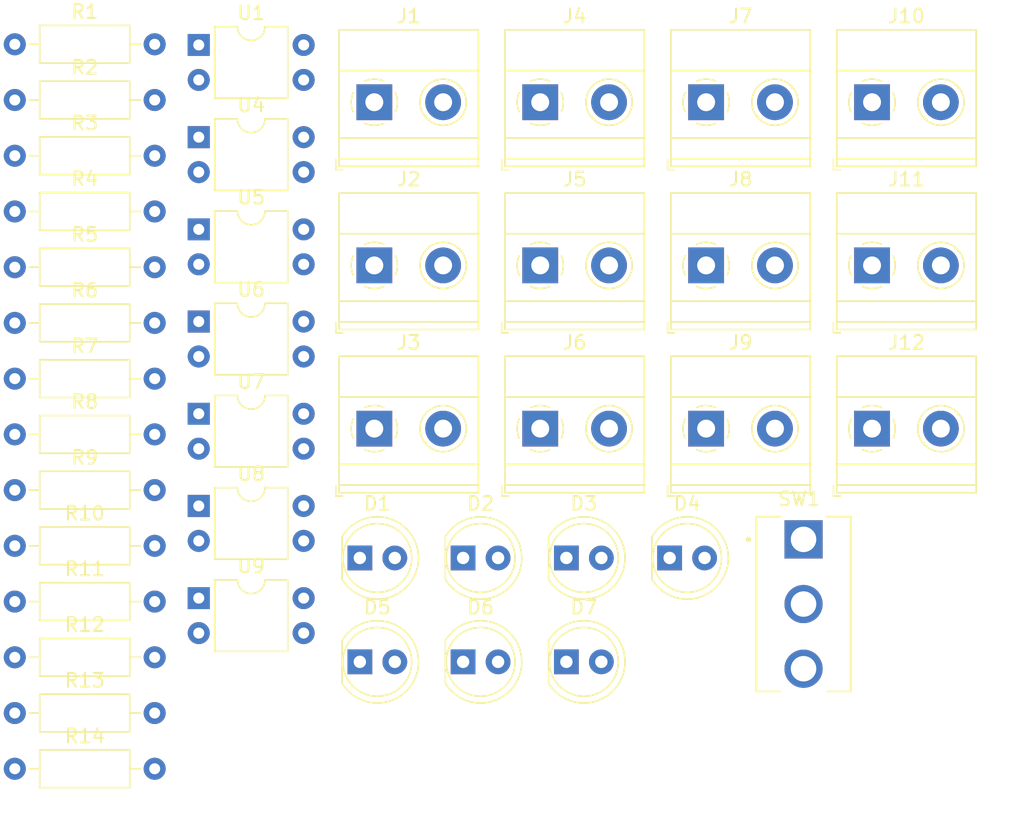
<source format=kicad_pcb>
(kicad_pcb (version 20240108) (generator "pcbnew") (generator_version "8.0")
  (layers (0 "F.Cu" signal) (31 "B.Cu" signal) (34 "B.Paste" user) (35 "F.Paste" user) (36 "B.SilkS" user "B.Silkscreen") (37 "F.SilkS" user "F.Silkscreen") (38 "B.Mask" user) (39 "F.Mask" user) (44 "Edge.Cuts" user))
  (net 0 "")
  (net 1 "Net-(D1-A)")
  (net 2 "Earth")
  (net 3 "Net-(D2-A)")
  (net 4 "Net-(D3-A)")
  (net 5 "Net-(D4-A)")
  (net 6 "Net-(D5-A)")
  (net 7 "Net-(D6-A)")
  (net 8 "Net-(D7-A)")
  (net 9 "+24V")
  (net 10 "/IN+")
  (net 11 "/OUT-")
  (net 12 "/OUT+")
  (net 13 "+5V")
  (net 14 "/CLP_SIG_4")
  (net 15 "/ESP_SIG_4")
  (net 16 "/CLP_SIG_6")
  (net 17 "/ESP_SIG_6")
  (net 18 "/CLP_SIG_1")
  (net 19 "/ESP_SIG_1")
  (net 20 "/ESP_SIG_2")
  (net 21 "/CLP_SIG_2")
  (net 22 "/CLP_SIG_3")
  (net 23 "/ESP_SIG_3")
  (net 24 "/ESP_SIG_5")
  (net 25 "/CLP_SIG_5")
  (net 26 "/CLP_SIG_7")
  (net 27 "/ESP_SIG_7")
  (net 28 "Net-(R1-Pad2)")
  (net 29 "Net-(R2-Pad1)")
  (net 30 "Net-(R3-Pad2)")
  (net 31 "Net-(R4-Pad1)")
  (net 32 "Net-(R5-Pad2)")
  (net 33 "Net-(R6-Pad1)")
  (net 34 "Net-(R7-Pad2)")
  (net 35 "Net-(R8-Pad1)")
  (net 36 "Net-(R9-Pad2)")
  (net 37 "Net-(R10-Pad1)")
  (net 38 "Net-(R11-Pad2)")
  (net 39 "Net-(R12-Pad1)")
  (net 40 "Net-(R13-Pad2)")
  (net 41 "Net-(R14-Pad1)")
  (footprint "Resistor_THT:R_Axial_DIN0207_L6.3mm_D2.5mm_P10.16mm_Horizontal" (layer "F.Cu") (at 104.365 69.72)
    (property "Reference" "R4" (at 5.08 -2.37 0) (layer "F.SilkS"))
    (property "Value" "R")
    (pad "1" thru_hole circle (at 0 0) (size 1.6 1.6) (drill 0.8) (layers "*.Cu" "*.Mask") (net 31 "Net-(R4-Pad1)"))
    (pad "2" thru_hole oval (at 10.16 0) (size 1.6 1.6) (drill 0.8) (layers "*.Cu" "*.Mask") (net 15 "/ESP_SIG_4"))
  )
  (footprint "Package_DIP:DIP-4_W7.62mm" (layer "F.Cu") (at 117.725 84.42)
    (property "Reference" "U7" (at 3.81 -2.33 0) (layer "F.SilkS"))
    (property "Value" "EL817")
    (pad "1" thru_hole rect (at 0 0) (size 1.6 1.6) (drill 0.8) (layers "*.Cu" "*.Mask") (net 36 "Net-(R9-Pad2)"))
    (pad "2" thru_hole oval (at 0 2.54) (size 1.6 1.6) (drill 0.8) (layers "*.Cu" "*.Mask") (net 6 "Net-(D5-A)"))
    (pad "3" thru_hole oval (at 7.62 2.54) (size 1.6 1.6) (drill 0.8) (layers "*.Cu" "*.Mask") (net 37 "Net-(R10-Pad1)"))
    (pad "4" thru_hole oval (at 7.62 0) (size 1.6 1.6) (drill 0.8) (layers "*.Cu" "*.Mask") (net 9 "+24V"))
  )
  (footprint "Package_DIP:DIP-4_W7.62mm" (layer "F.Cu") (at 117.725 91.12)
    (property "Reference" "U8" (at 3.81 -2.33 0) (layer "F.SilkS"))
    (property "Value" "EL817")
    (pad "1" thru_hole rect (at 0 0) (size 1.6 1.6) (drill 0.8) (layers "*.Cu" "*.Mask") (net 38 "Net-(R11-Pad2)"))
    (pad "2" thru_hole oval (at 0 2.54) (size 1.6 1.6) (drill 0.8) (layers "*.Cu" "*.Mask") (net 7 "Net-(D6-A)"))
    (pad "3" thru_hole oval (at 7.62 2.54) (size 1.6 1.6) (drill 0.8) (layers "*.Cu" "*.Mask") (net 39 "Net-(R12-Pad1)"))
    (pad "4" thru_hole oval (at 7.62 0) (size 1.6 1.6) (drill 0.8) (layers "*.Cu" "*.Mask") (net 13 "+5V"))
  )
  (footprint "chave:SW_100SP1T1B4M2QE" (layer "F.Cu") (at 161.65 98.25)
    (property "Reference" "SW1" (at -0.325 -7.635 0) (layer "F.SilkS"))
    (property "Value" "SW_SPDT_312")
    (pad "1" thru_hole rect (at 0 -4.7) (size 2.775 2.775) (drill 1.85) (layers "*.Cu" "*.Mask") (net 9 "+24V"))
    (pad "2" thru_hole circle (at 0 0) (size 2.775 2.775) (drill 1.85) (layers "*.Cu" "*.Mask") (net 10 "/IN+"))
    (pad "3" thru_hole circle (at 0 4.7) (size 2.775 2.775) (drill 1.85) (layers "*.Cu" "*.Mask"))
  )
  (footprint "Resistor_THT:R_Axial_DIN0207_L6.3mm_D2.5mm_P10.16mm_Horizontal" (layer "F.Cu") (at 104.365 81.87)
    (property "Reference" "R7" (at 5.08 -2.37 0) (layer "F.SilkS"))
    (property "Value" "R")
    (pad "1" thru_hole circle (at 0 0) (size 1.6 1.6) (drill 0.8) (layers "*.Cu" "*.Mask") (net 20 "/ESP_SIG_2"))
    (pad "2" thru_hole oval (at 10.16 0) (size 1.6 1.6) (drill 0.8) (layers "*.Cu" "*.Mask") (net 34 "Net-(R7-Pad2)"))
  )
  (footprint "LED_THT:LED_D5.0mm_IRBlack" (layer "F.Cu") (at 129.425 102.45)
    (property "Reference" "D5" (at 1.27 -3.96 0) (layer "F.SilkS"))
    (property "Value" "LED")
    (pad "1" thru_hole rect (at 0 0) (size 1.8 1.8) (drill 0.9) (layers "*.Cu" "*.Mask") (net 2 "Earth"))
    (pad "2" thru_hole circle (at 2.54 0) (size 1.8 1.8) (drill 0.9) (layers "*.Cu" "*.Mask") (net 6 "Net-(D5-A)"))
  )
  (footprint "Package_DIP:DIP-4_W7.62mm" (layer "F.Cu") (at 117.725 64.32)
    (property "Reference" "U4" (at 3.81 -2.33 0) (layer "F.SilkS"))
    (property "Value" "EL817")
    (pad "1" thru_hole rect (at 0 0) (size 1.6 1.6) (drill 0.8) (layers "*.Cu" "*.Mask") (net 30 "Net-(R3-Pad2)"))
    (pad "2" thru_hole oval (at 0 2.54) (size 1.6 1.6) (drill 0.8) (layers "*.Cu" "*.Mask") (net 3 "Net-(D2-A)"))
    (pad "3" thru_hole oval (at 7.62 2.54) (size 1.6 1.6) (drill 0.8) (layers "*.Cu" "*.Mask") (net 31 "Net-(R4-Pad1)"))
    (pad "4" thru_hole oval (at 7.62 0) (size 1.6 1.6) (drill 0.8) (layers "*.Cu" "*.Mask") (net 13 "+5V"))
  )
  (footprint "Resistor_THT:R_Axial_DIN0207_L6.3mm_D2.5mm_P10.16mm_Horizontal" (layer "F.Cu") (at 104.365 106.17)
    (property "Reference" "R13" (at 5.08 -2.37 0) (layer "F.SilkS"))
    (property "Value" "R")
    (pad "1" thru_hole circle (at 0 0) (size 1.6 1.6) (drill 0.8) (layers "*.Cu" "*.Mask") (net 27 "/ESP_SIG_7"))
    (pad "2" thru_hole oval (at 10.16 0) (size 1.6 1.6) (drill 0.8) (layers "*.Cu" "*.Mask") (net 40 "Net-(R13-Pad2)"))
  )
  (footprint "Resistor_THT:R_Axial_DIN0207_L6.3mm_D2.5mm_P10.16mm_Horizontal" (layer "F.Cu") (at 104.365 98.07)
    (property "Reference" "R11" (at 5.08 -2.37 0) (layer "F.SilkS"))
    (property "Value" "R")
    (pad "1" thru_hole circle (at 0 0) (size 1.6 1.6) (drill 0.8) (layers "*.Cu" "*.Mask") (net 25 "/CLP_SIG_5"))
    (pad "2" thru_hole oval (at 10.16 0) (size 1.6 1.6) (drill 0.8) (layers "*.Cu" "*.Mask") (net 38 "Net-(R11-Pad2)"))
  )
  (footprint "Resistor_THT:R_Axial_DIN0207_L6.3mm_D2.5mm_P10.16mm_Horizontal" (layer "F.Cu") (at 104.365 110.22)
    (property "Reference" "R14" (at 5.08 -2.37 0) (layer "F.SilkS"))
    (property "Value" "R")
    (pad "1" thru_hole circle (at 0 0) (size 1.6 1.6) (drill 0.8) (layers "*.Cu" "*.Mask") (net 41 "Net-(R14-Pad1)"))
    (pad "2" thru_hole oval (at 10.16 0) (size 1.6 1.6) (drill 0.8) (layers "*.Cu" "*.Mask") (net 26 "/CLP_SIG_7"))
  )
  (footprint "Package_DIP:DIP-4_W7.62mm" (layer "F.Cu") (at 117.725 57.62)
    (property "Reference" "U1" (at 3.81 -2.33 0) (layer "F.SilkS"))
    (property "Value" "EL817")
    (pad "1" thru_hole rect (at 0 0) (size 1.6 1.6) (drill 0.8) (layers "*.Cu" "*.Mask") (net 28 "Net-(R1-Pad2)"))
    (pad "2" thru_hole oval (at 0 2.54) (size 1.6 1.6) (drill 0.8) (layers "*.Cu" "*.Mask") (net 1 "Net-(D1-A)"))
    (pad "3" thru_hole oval (at 7.62 2.54) (size 1.6 1.6) (drill 0.8) (layers "*.Cu" "*.Mask") (net 29 "Net-(R2-Pad1)"))
    (pad "4" thru_hole oval (at 7.62 0) (size 1.6 1.6) (drill 0.8) (layers "*.Cu" "*.Mask") (net 9 "+24V"))
  )
  (footprint "TerminalBlock_Phoenix:TerminalBlock_Phoenix_MKDS-1,5-2_1x02_P5.00mm_Horizontal" (layer "F.Cu") (at 166.625 61.78)
    (property "Reference" "J10" (at 2.5 -6.26 0) (layer "F.SilkS"))
    (property "Value" "Screw_Terminal_01x02")
    (pad "1" thru_hole rect (at 0 0) (size 2.6 2.6) (drill 1.3) (layers "*.Cu" "*.Mask") (net 25 "/CLP_SIG_5"))
    (pad "2" thru_hole circle (at 5 0) (size 2.6 2.6) (drill 1.3) (layers "*.Cu" "*.Mask") (net 24 "/ESP_SIG_5"))
  )
  (footprint "LED_THT:LED_D5.0mm_IRBlack" (layer "F.Cu") (at 151.925 94.9)
    (property "Reference" "D4" (at 1.27 -3.96 0) (layer "F.SilkS"))
    (property "Value" "LED")
    (pad "1" thru_hole rect (at 0 0) (size 1.8 1.8) (drill 0.9) (layers "*.Cu" "*.Mask") (net 2 "Earth"))
    (pad "2" thru_hole circle (at 2.54 0) (size 1.8 1.8) (drill 0.9) (layers "*.Cu" "*.Mask") (net 5 "Net-(D4-A)"))
  )
  (footprint "Resistor_THT:R_Axial_DIN0207_L6.3mm_D2.5mm_P10.16mm_Horizontal" (layer "F.Cu") (at 104.365 61.62)
    (property "Reference" "R2" (at 5.08 -2.37 0) (layer "F.SilkS"))
    (property "Value" "R")
    (pad "1" thru_hole circle (at 0 0) (size 1.6 1.6) (drill 0.8) (layers "*.Cu" "*.Mask") (net 29 "Net-(R2-Pad1)"))
    (pad "2" thru_hole oval (at 10.16 0) (size 1.6 1.6) (drill 0.8) (layers "*.Cu" "*.Mask") (net 18 "/CLP_SIG_1"))
  )
  (footprint "Resistor_THT:R_Axial_DIN0207_L6.3mm_D2.5mm_P10.16mm_Horizontal" (layer "F.Cu") (at 104.365 94.02)
    (property "Reference" "R10" (at 5.08 -2.37 0) (layer "F.SilkS"))
    (property "Value" "R")
    (pad "1" thru_hole circle (at 0 0) (size 1.6 1.6) (drill 0.8) (layers "*.Cu" "*.Mask") (net 37 "Net-(R10-Pad1)"))
    (pad "2" thru_hole oval (at 10.16 0) (size 1.6 1.6) (drill 0.8) (layers "*.Cu" "*.Mask") (net 22 "/CLP_SIG_3"))
  )
  (footprint "TerminalBlock_Phoenix:TerminalBlock_Phoenix_MKDS-1,5-2_1x02_P5.00mm_Horizontal" (layer "F.Cu") (at 130.475 73.64)
    (property "Reference" "J2" (at 2.5 -6.26 0) (layer "F.SilkS"))
    (property "Value" "Screw_Terminal_01x02")
    (pad "1" thru_hole rect (at 0 0) (size 2.6 2.6) (drill 1.3) (layers "*.Cu" "*.Mask") (net 10 "/IN+"))
    (pad "2" thru_hole circle (at 5 0) (size 2.6 2.6) (drill 1.3) (layers "*.Cu" "*.Mask") (net 2 "Earth"))
  )
  (footprint "LED_THT:LED_D5.0mm_IRBlack" (layer "F.Cu") (at 136.925 102.45)
    (property "Reference" "D6" (at 1.27 -3.96 0) (layer "F.SilkS"))
    (property "Value" "LED")
    (pad "1" thru_hole rect (at 0 0) (size 1.8 1.8) (drill 0.9) (layers "*.Cu" "*.Mask") (net 2 "Earth"))
    (pad "2" thru_hole circle (at 2.54 0) (size 1.8 1.8) (drill 0.9) (layers "*.Cu" "*.Mask") (net 7 "Net-(D6-A)"))
  )
  (footprint "LED_THT:LED_D5.0mm_IRBlack" (layer "F.Cu") (at 144.425 102.45)
    (property "Reference" "D7" (at 1.27 -3.96 0) (layer "F.SilkS"))
    (property "Value" "LED")
    (pad "1" thru_hole rect (at 0 0) (size 1.8 1.8) (drill 0.9) (layers "*.Cu" "*.Mask") (net 2 "Earth"))
    (pad "2" thru_hole circle (at 2.54 0) (size 1.8 1.8) (drill 0.9) (layers "*.Cu" "*.Mask") (net 8 "Net-(D7-A)"))
  )
  (footprint "TerminalBlock_Phoenix:TerminalBlock_Phoenix_MKDS-1,5-2_1x02_P5.00mm_Horizontal" (layer "F.Cu") (at 142.525 85.5)
    (property "Reference" "J6" (at 2.5 -6.26 0) (layer "F.SilkS"))
    (property "Value" "Screw_Terminal_01x02")
    (pad "1" thru_hole rect (at 0 0) (size 2.6 2.6) (drill 1.3) (layers "*.Cu" "*.Mask") (net 17 "/ESP_SIG_6"))
    (pad "2" thru_hole circle (at 5 0) (size 2.6 2.6) (drill 1.3) (layers "*.Cu" "*.Mask") (net 16 "/CLP_SIG_6"))
  )
  (footprint "TerminalBlock_Phoenix:TerminalBlock_Phoenix_MKDS-1,5-2_1x02_P5.00mm_Horizontal" (layer "F.Cu") (at 142.525 73.64)
    (property "Reference" "J5" (at 2.5 -6.26 0) (layer "F.SilkS"))
    (property "Value" "Screw_Terminal_01x02")
    (pad "1" thru_hole rect (at 0 0) (size 2.6 2.6) (drill 1.3) (layers "*.Cu" "*.Mask") (net 14 "/CLP_SIG_4"))
    (pad "2" thru_hole circle (at 5 0) (size 2.6 2.6) (drill 1.3) (layers "*.Cu" "*.Mask") (net 15 "/ESP_SIG_4"))
  )
  (footprint "Resistor_THT:R_Axial_DIN0207_L6.3mm_D2.5mm_P10.16mm_Horizontal" (layer "F.Cu") (at 104.365 57.57)
    (property "Reference" "R1" (at 5.08 -2.37 0) (layer "F.SilkS"))
    (property "Value" "R")
    (pad "1" thru_hole circle (at 0 0) (size 1.6 1.6) (drill 0.8) (layers "*.Cu" "*.Mask") (net 19 "/ESP_SIG_1"))
    (pad "2" thru_hole oval (at 10.16 0) (size 1.6 1.6) (drill 0.8) (layers "*.Cu" "*.Mask") (net 28 "Net-(R1-Pad2)"))
  )
  (footprint "Resistor_THT:R_Axial_DIN0207_L6.3mm_D2.5mm_P10.16mm_Horizontal" (layer "F.Cu") (at 104.365 89.97)
    (property "Reference" "R9" (at 5.08 -2.37 0) (layer "F.SilkS"))
    (property "Value" "R")
    (pad "1" thru_hole circle (at 0 0) (size 1.6 1.6) (drill 0.8) (layers "*.Cu" "*.Mask") (net 23 "/ESP_SIG_3"))
    (pad "2" thru_hole oval (at 10.16 0) (size 1.6 1.6) (drill 0.8) (layers "*.Cu" "*.Mask") (net 36 "Net-(R9-Pad2)"))
  )
  (footprint "Package_DIP:DIP-4_W7.62mm" (layer "F.Cu") (at 117.725 97.82)
    (property "Reference" "U9" (at 3.81 -2.33 0) (layer "F.SilkS"))
    (property "Value" "EL817")
    (pad "1" thru_hole rect (at 0 0) (size 1.6 1.6) (drill 0.8) (layers "*.Cu" "*.Mask") (net 40 "Net-(R13-Pad2)"))
    (pad "2" thru_hole oval (at 0 2.54) (size 1.6 1.6) (drill 0.8) (layers "*.Cu" "*.Mask") (net 8 "Net-(D7-A)"))
    (pad "3" thru_hole oval (at 7.62 2.54) (size 1.6 1.6) (drill 0.8) (layers "*.Cu" "*.Mask") (net 41 "Net-(R14-Pad1)"))
    (pad "4" thru_hole oval (at 7.62 0) (size 1.6 1.6) (drill 0.8) (layers "*.Cu" "*.Mask") (net 9 "+24V"))
  )
  (footprint "TerminalBlock_Phoenix:TerminalBlock_Phoenix_MKDS-1,5-2_1x02_P5.00mm_Horizontal" (layer "F.Cu") (at 154.575 61.78)
    (property "Reference" "J7" (at 2.5 -6.26 0) (layer "F.SilkS"))
    (property "Value" "Screw_Terminal_01x02")
    (pad "1" thru_hole rect (at 0 0) (size 2.6 2.6) (drill 1.3) (layers "*.Cu" "*.Mask") (net 19 "/ESP_SIG_1"))
    (pad "2" thru_hole circle (at 5 0) (size 2.6 2.6) (drill 1.3) (layers "*.Cu" "*.Mask") (net 18 "/CLP_SIG_1"))
  )
  (footprint "Resistor_THT:R_Axial_DIN0207_L6.3mm_D2.5mm_P10.16mm_Horizontal" (layer "F.Cu") (at 104.365 65.67)
    (property "Reference" "R3" (at 5.08 -2.37 0) (layer "F.SilkS"))
    (property "Value" "R")
    (pad "1" thru_hole circle (at 0 0) (size 1.6 1.6) (drill 0.8) (layers "*.Cu" "*.Mask") (net 14 "/CLP_SIG_4"))
    (pad "2" thru_hole oval (at 10.16 0) (size 1.6 1.6) (drill 0.8) (layers "*.Cu" "*.Mask") (net 30 "Net-(R3-Pad2)"))
  )
  (footprint "TerminalBlock_Phoenix:TerminalBlock_Phoenix_MKDS-1,5-2_1x02_P5.00mm_Horizontal" (layer "F.Cu") (at 130.475 85.5)
    (property "Reference" "J3" (at 2.5 -6.26 0) (layer "F.SilkS"))
    (property "Value" "Screw_Terminal_01x02")
    (pad "1" thru_hole rect (at 0 0) (size 2.6 2.6) (drill 1.3) (layers "*.Cu" "*.Mask") (net 11 "/OUT-"))
    (pad "2" thru_hole circle (at 5 0) (size 2.6 2.6) (drill 1.3) (layers "*.Cu" "*.Mask") (net 12 "/OUT+"))
  )
  (footprint "Resistor_THT:R_Axial_DIN0207_L6.3mm_D2.5mm_P10.16mm_Horizontal" (layer "F.Cu") (at 104.365 85.92)
    (property "Reference" "R8" (at 5.08 -2.37 0) (layer "F.SilkS"))
    (property "Value" "R")
    (pad "1" thru_hole circle (at 0 0) (size 1.6 1.6) (drill 0.8) (layers "*.Cu" "*.Mask") (net 35 "Net-(R8-Pad1)"))
    (pad "2" thru_hole oval (at 10.16 0) (size 1.6 1.6) (drill 0.8) (layers "*.Cu" "*.Mask") (net 21 "/CLP_SIG_2"))
  )
  (footprint "TerminalBlock_Phoenix:TerminalBlock_Phoenix_MKDS-1,5-2_1x02_P5.00mm_Horizontal" (layer "F.Cu") (at 154.575 85.5)
    (property "Reference" "J9" (at 2.5 -6.26 0) (layer "F.SilkS"))
    (property "Value" "Screw_Terminal_01x02")
    (pad "1" thru_hole rect (at 0 0) (size 2.6 2.6) (drill 1.3) (layers "*.Cu" "*.Mask") (net 23 "/ESP_SIG_3"))
    (pad "2" thru_hole circle (at 5 0) (size 2.6 2.6) (drill 1.3) (layers "*.Cu" "*.Mask") (net 22 "/CLP_SIG_3"))
  )
  (footprint "Package_DIP:DIP-4_W7.62mm" (layer "F.Cu") (at 117.725 71.02)
    (property "Reference" "U5" (at 3.81 -2.33 0) (layer "F.SilkS"))
    (property "Value" "EL817")
    (pad "1" thru_hole rect (at 0 0) (size 1.6 1.6) (drill 0.8) (layers "*.Cu" "*.Mask") (net 32 "Net-(R5-Pad2)"))
    (pad "2" thru_hole oval (at 0 2.54) (size 1.6 1.6) (drill 0.8) (layers "*.Cu" "*.Mask") (net 4 "Net-(D3-A)"))
    (pad "3" thru_hole oval (at 7.62 2.54) (size 1.6 1.6) (drill 0.8) (layers "*.Cu" "*.Mask") (net 33 "Net-(R6-Pad1)"))
    (pad "4" thru_hole oval (at 7.62 0) (size 1.6 1.6) (drill 0.8) (layers "*.Cu" "*.Mask") (net 9 "+24V"))
  )
  (footprint "TerminalBlock_Phoenix:TerminalBlock_Phoenix_MKDS-1,5-2_1x02_P5.00mm_Horizontal" (layer "F.Cu") (at 154.575 73.64)
    (property "Reference" "J8" (at 2.5 -6.26 0) (layer "F.SilkS"))
    (property "Value" "Screw_Terminal_01x02")
    (pad "1" thru_hole rect (at 0 0) (size 2.6 2.6) (drill 1.3) (layers "*.Cu" "*.Mask") (net 20 "/ESP_SIG_2"))
    (pad "2" thru_hole circle (at 5 0) (size 2.6 2.6) (drill 1.3) (layers "*.Cu" "*.Mask") (net 21 "/CLP_SIG_2"))
  )
  (footprint "LED_THT:LED_D5.0mm_IRBlack" (layer "F.Cu") (at 136.925 94.9)
    (property "Reference" "D2" (at 1.27 -3.96 0) (layer "F.SilkS"))
    (property "Value" "LED")
    (pad "1" thru_hole rect (at 0 0) (size 1.8 1.8) (drill 0.9) (layers "*.Cu" "*.Mask") (net 2 "Earth"))
    (pad "2" thru_hole circle (at 2.54 0) (size 1.8 1.8) (drill 0.9) (layers "*.Cu" "*.Mask") (net 3 "Net-(D2-A)"))
  )
  (footprint "Resistor_THT:R_Axial_DIN0207_L6.3mm_D2.5mm_P10.16mm_Horizontal" (layer "F.Cu") (at 104.365 73.77)
    (property "Reference" "R5" (at 5.08 -2.37 0) (layer "F.SilkS"))
    (property "Value" "R")
    (pad "1" thru_hole circle (at 0 0) (size 1.6 1.6) (drill 0.8) (layers "*.Cu" "*.Mask") (net 17 "/ESP_SIG_6"))
    (pad "2" thru_hole oval (at 10.16 0) (size 1.6 1.6) (drill 0.8) (layers "*.Cu" "*.Mask") (net 32 "Net-(R5-Pad2)"))
  )
  (footprint "LED_THT:LED_D5.0mm_IRBlack" (layer "F.Cu") (at 144.425 94.9)
    (property "Reference" "D3" (at 1.27 -3.96 0) (layer "F.SilkS"))
    (property "Value" "LED")
    (pad "1" thru_hole rect (at 0 0) (size 1.8 1.8) (drill 0.9) (layers "*.Cu" "*.Mask") (net 2 "Earth"))
    (pad "2" thru_hole circle (at 2.54 0) (size 1.8 1.8) (drill 0.9) (layers "*.Cu" "*.Mask") (net 4 "Net-(D3-A)"))
  )
  (footprint "Package_DIP:DIP-4_W7.62mm" (layer "F.Cu") (at 117.725 77.72)
    (property "Reference" "U6" (at 3.81 -2.33 0) (layer "F.SilkS"))
    (property "Value" "EL817")
    (pad "1" thru_hole rect (at 0 0) (size 1.6 1.6) (drill 0.8) (layers "*.Cu" "*.Mask") (net 34 "Net-(R7-Pad2)"))
    (pad "2" thru_hole oval (at 0 2.54) (size 1.6 1.6) (drill 0.8) (layers "*.Cu" "*.Mask") (net 5 "Net-(D4-A)"))
    (pad "3" thru_hole oval (at 7.62 2.54) (size 1.6 1.6) (drill 0.8) (layers "*.Cu" "*.Mask") (net 35 "Net-(R8-Pad1)"))
    (pad "4" thru_hole oval (at 7.62 0) (size 1.6 1.6) (drill 0.8) (layers "*.Cu" "*.Mask") (net 9 "+24V"))
  )
  (footprint "TerminalBlock_Phoenix:TerminalBlock_Phoenix_MKDS-1,5-2_1x02_P5.00mm_Horizontal" (layer "F.Cu") (at 166.625 85.5)
    (property "Reference" "J12" (at 2.5 -6.26 0) (layer "F.SilkS"))
    (property "Value" "Screw_Terminal_01x02")
    (pad "1" thru_hole rect (at 0 0) (size 2.6 2.6) (drill 1.3) (layers "*.Cu" "*.Mask") (net 11 "/OUT-"))
    (pad "2" thru_hole circle (at 5 0) (size 2.6 2.6) (drill 1.3) (layers "*.Cu" "*.Mask") (net 12 "/OUT+"))
  )
  (footprint "Resistor_THT:R_Axial_DIN0207_L6.3mm_D2.5mm_P10.16mm_Horizontal" (layer "F.Cu") (at 104.365 102.12)
    (property "Reference" "R12" (at 5.08 -2.37 0) (layer "F.SilkS"))
    (property "Value" "R")
    (pad "1" thru_hole circle (at 0 0) (size 1.6 1.6) (drill 0.8) (layers "*.Cu" "*.Mask") (net 39 "Net-(R12-Pad1)"))
    (pad "2" thru_hole oval (at 10.16 0) (size 1.6 1.6) (drill 0.8) (layers "*.Cu" "*.Mask") (net 24 "/ESP_SIG_5"))
  )
  (footprint "Resistor_THT:R_Axial_DIN0207_L6.3mm_D2.5mm_P10.16mm_Horizontal" (layer "F.Cu") (at 104.365 77.82)
    (property "Reference" "R6" (at 5.08 -2.37 0) (layer "F.SilkS"))
    (property "Value" "R")
    (pad "1" thru_hole circle (at 0 0) (size 1.6 1.6) (drill 0.8) (layers "*.Cu" "*.Mask") (net 33 "Net-(R6-Pad1)"))
    (pad "2" thru_hole oval (at 10.16 0) (size 1.6 1.6) (drill 0.8) (layers "*.Cu" "*.Mask") (net 16 "/CLP_SIG_6"))
  )
  (footprint "TerminalBlock_Phoenix:TerminalBlock_Phoenix_MKDS-1,5-2_1x02_P5.00mm_Horizontal" (layer "F.Cu") (at 166.625 73.64)
    (property "Reference" "J11" (at 2.5 -6.26 0) (layer "F.SilkS"))
    (property "Value" "Screw_Terminal_01x02")
    (pad "1" thru_hole rect (at 0 0) (size 2.6 2.6) (drill 1.3) (layers "*.Cu" "*.Mask") (net 27 "/ESP_SIG_7"))
    (pad "2" thru_hole circle (at 5 0) (size 2.6 2.6) (drill 1.3) (layers "*.Cu" "*.Mask") (net 26 "/CLP_SIG_7"))
  )
  (footprint "LED_THT:LED_D5.0mm_IRBlack" (layer "F.Cu") (at 129.425 94.9)
    (property "Reference" "D1" (at 1.27 -3.96 0) (layer "F.SilkS"))
    (property "Value" "LED")
    (pad "1" thru_hole rect (at 0 0) (size 1.8 1.8) (drill 0.9) (layers "*.Cu" "*.Mask") (net 2 "Earth"))
    (pad "2" thru_hole circle (at 2.54 0) (size 1.8 1.8) (drill 0.9) (layers "*.Cu" "*.Mask") (net 1 "Net-(D1-A)"))
  )
  (footprint "TerminalBlock_Phoenix:TerminalBlock_Phoenix_MKDS-1,5-2_1x02_P5.00mm_Horizontal" (layer "F.Cu") (at 142.525 61.78)
    (property "Reference" "J4" (at 2.5 -6.26 0) (layer "F.SilkS"))
    (property "Value" "Screw_Terminal_01x02")
    (pad "1" thru_hole rect (at 0 0) (size 2.6 2.6) (drill 1.3) (layers "*.Cu" "*.Mask") (net 13 "+5V"))
    (pad "2" thru_hole circle (at 5 0) (size 2.6 2.6) (drill 1.3) (layers "*.Cu" "*.Mask") (net 2 "Earth"))
  )
  (footprint "TerminalBlock_Phoenix:TerminalBlock_Phoenix_MKDS-1,5-2_1x02_P5.00mm_Horizontal" (layer "F.Cu") (at 130.475 61.78)
    (property "Reference" "J1" (at 2.5 -6.26 0) (layer "F.SilkS"))
    (property "Value" "Screw_Terminal_01x02")
    (pad "1" thru_hole rect (at 0 0) (size 2.6 2.6) (drill 1.3) (layers "*.Cu" "*.Mask") (net 9 "+24V"))
    (pad "2" thru_hole circle (at 5 0) (size 2.6 2.6) (drill 1.3) (layers "*.Cu" "*.Mask") (net 2 "Earth"))
  )
)
</source>
